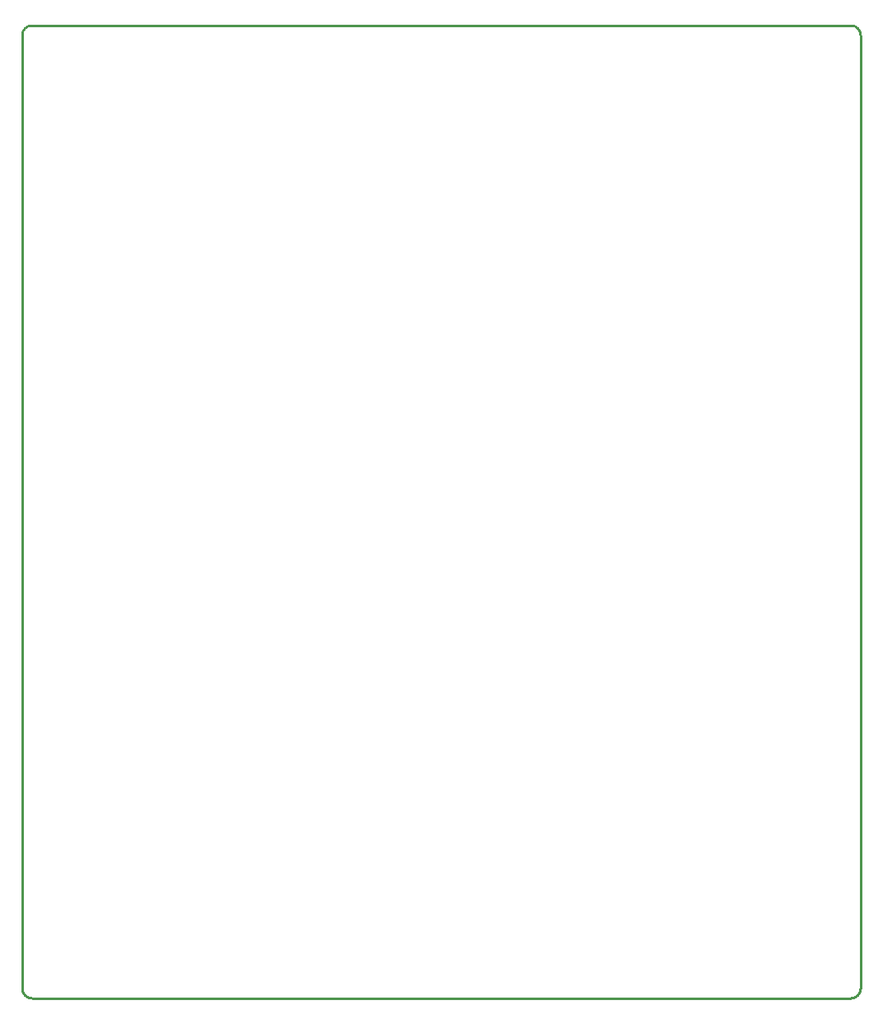
<source format=gbr>
%TF.GenerationSoftware,KiCad,Pcbnew,8.0.7*%
%TF.CreationDate,2025-03-11T01:22:51-04:00*%
%TF.ProjectId,dyno_inst_3,64796e6f-5f69-46e7-9374-5f332e6b6963,rev?*%
%TF.SameCoordinates,Original*%
%TF.FileFunction,Profile,NP*%
%FSLAX46Y46*%
G04 Gerber Fmt 4.6, Leading zero omitted, Abs format (unit mm)*
G04 Created by KiCad (PCBNEW 8.0.7) date 2025-03-11 01:22:51*
%MOMM*%
%LPD*%
G01*
G04 APERTURE LIST*
%TA.AperFunction,Profile*%
%ADD10C,0.250000*%
%TD*%
G04 APERTURE END LIST*
D10*
X205981000Y-116022000D02*
G75*
G02*
X204981000Y-117022000I-1000000J0D01*
G01*
X204981000Y-117022000D02*
X120875000Y-117022000D01*
X119875000Y-116022000D02*
X119875000Y-18200000D01*
X119875000Y-18200000D02*
G75*
G02*
X120875000Y-17200000I1000000J0D01*
G01*
X204981000Y-17200000D02*
G75*
G02*
X205981000Y-18200000I0J-1000000D01*
G01*
X120875000Y-17200000D02*
X204981000Y-17200000D01*
X205981000Y-18200000D02*
X205981000Y-116022000D01*
X120875000Y-117022000D02*
G75*
G02*
X119875000Y-116022000I0J1000000D01*
G01*
M02*

</source>
